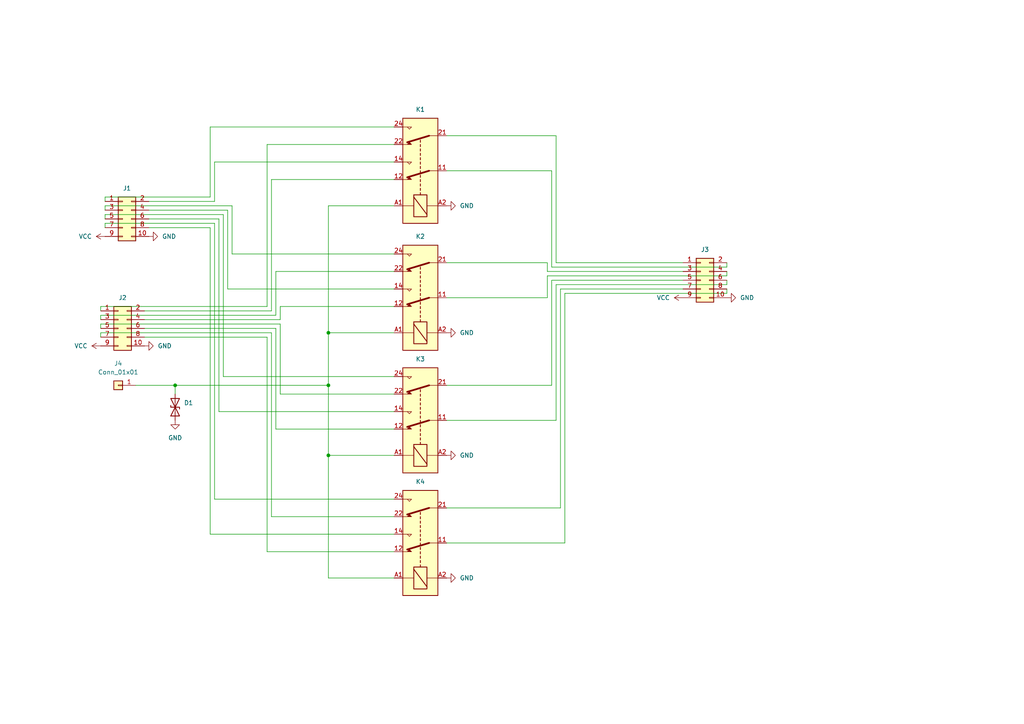
<source format=kicad_sch>
(kicad_sch (version 20230121) (generator eeschema)
  (paper "A4")
  (lib_symbols
    (symbol "Connector_Generic:Conn_01x01" (pin_names (offset 1.016) hide)
      (property "Reference" "J" (at 0 2.54 0))
      (property "Value" "Conn_01x01" (at 0 -2.54 0))
      (symbol "Conn_01x01_1_1"
        (rectangle (start -1.27 0.127) (end 0 -0.127) (stroke (width 0.1524)))
        (rectangle (start -1.27 1.27) (end 1.27 -1.27) (stroke (width 0.254)) (fill (type background)))
        (pin passive line (at -5.08 0 0) (length 3.81) (name "Pin_1") (number "1"))
      )
    )
    (symbol "Connector_Generic:Conn_02x05_Odd_Even" (pin_names (offset 1.016) hide)
      (property "Reference" "J" (at 1.27 7.62 0))
      (property "Value" "Conn_02x05_Odd_Even" (at 1.27 -7.62 0))
      (symbol "Conn_02x05_Odd_Even_1_1"
        (rectangle (start -1.27 -4.953) (end 0 -5.207) (stroke (width 0.1524)))
        (rectangle (start -1.27 -2.413) (end 0 -2.667) (stroke (width 0.1524)))
        (rectangle (start -1.27 0.127) (end 0 -0.127) (stroke (width 0.1524)))
        (rectangle (start -1.27 2.667) (end 0 2.413) (stroke (width 0.1524)))
        (rectangle (start -1.27 5.207) (end 0 4.953) (stroke (width 0.1524)))
        (rectangle (start -1.27 6.35) (end 3.81 -6.35) (stroke (width 0.254)) (fill (type background)))
        (rectangle (start 3.81 -4.953) (end 2.54 -5.207) (stroke (width 0.1524)))
        (rectangle (start 3.81 -2.413) (end 2.54 -2.667) (stroke (width 0.1524)))
        (rectangle (start 3.81 0.127) (end 2.54 -0.127) (stroke (width 0.1524)))
        (rectangle (start 3.81 2.667) (end 2.54 2.413) (stroke (width 0.1524)))
        (rectangle (start 3.81 5.207) (end 2.54 4.953) (stroke (width 0.1524)))
        (pin passive line (at -5.08 5.08 0) (length 3.81) (name "Pin_1") (number "1"))
        (pin passive line (at 7.62 -5.08 180) (length 3.81) (name "Pin_10") (number "10"))
        (pin passive line (at 7.62 5.08 180) (length 3.81) (name "Pin_2") (number "2"))
        (pin passive line (at -5.08 2.54 0) (length 3.81) (name "Pin_3") (number "3"))
        (pin passive line (at 7.62 2.54 180) (length 3.81) (name "Pin_4") (number "4"))
        (pin passive line (at -5.08 0 0) (length 3.81) (name "Pin_5") (number "5"))
        (pin passive line (at 7.62 0 180) (length 3.81) (name "Pin_6") (number "6"))
        (pin passive line (at -5.08 -2.54 0) (length 3.81) (name "Pin_7") (number "7"))
        (pin passive line (at 7.62 -2.54 180) (length 3.81) (name "Pin_8") (number "8"))
        (pin passive line (at -5.08 -5.08 0) (length 3.81) (name "Pin_9") (number "9"))
      )
    )
    (symbol "Device:D_TVS" (pin_numbers hide) (pin_names (offset 1.016) hide)
      (property "Reference" "D" (at 0 2.54 0))
      (property "Value" "D_TVS" (at 0 -2.54 0))
      (symbol "D_TVS_0_1"
        (polyline (pts (xy 1.27 0) (xy -1.27 0)))
        (polyline (pts (xy 0.508 1.27) (xy 0 1.27) (xy 0 -1.27) (xy -0.508 -1.27)) (stroke (width 0.254)))
        (polyline (pts (xy -2.54 1.27) (xy -2.54 -1.27) (xy 2.54 1.27) (xy 2.54 -1.27) (xy -2.54 1.27)) (stroke (width 0.254)))
      )
      (symbol "D_TVS_1_1"
        (pin passive line (at -3.81 0 0) (length 2.54) (name "A1") (number "1"))
        (pin passive line (at 3.81 0 180) (length 2.54) (name "A2") (number "2"))
      )
    )
    (symbol "Relay:Relay_DPDT"
      (property "Reference" "K" (at 16.51 3.81 0))
      (property "Value" "Relay_DPDT" (at 16.51 1.27 0))
      (symbol "Relay_DPDT_0_1"
        (rectangle (start -15.24 5.08) (end 15.24 -5.08) (stroke (width 0.254)) (fill (type background)))
        (rectangle (start -13.335 1.905) (end -6.985 -1.905) (stroke (width 0.254)))
        (polyline (pts (xy -12.7 -1.905) (xy -7.62 1.905)) (stroke (width 0.254)))
        (polyline (pts (xy -10.16 -5.08) (xy -10.16 -1.905)))
        (polyline (pts (xy -10.16 5.08) (xy -10.16 1.905)))
        (polyline (pts (xy -6.985 0) (xy -6.35 0)) (stroke (width 0.254)))
        (polyline (pts (xy -5.715 0) (xy -5.08 0)) (stroke (width 0.254)))
        (polyline (pts (xy -4.445 0) (xy -3.81 0)) (stroke (width 0.254)))
        (polyline (pts (xy -3.175 0) (xy -2.54 0)) (stroke (width 0.254)))
        (polyline (pts (xy -1.905 0) (xy -1.27 0)) (stroke (width 0.254)))
        (polyline (pts (xy -0.635 0) (xy 0 0)) (stroke (width 0.254)))
        (polyline (pts (xy 0 -2.54) (xy -1.905 3.81)) (stroke (width 0.508)))
        (polyline (pts (xy 0 -2.54) (xy 0 -5.08)))
        (polyline (pts (xy 0.635 0) (xy 1.27 0)) (stroke (width 0.254)))
        (polyline (pts (xy 1.905 0) (xy 2.54 0)) (stroke (width 0.254)))
        (polyline (pts (xy 3.175 0) (xy 3.81 0)) (stroke (width 0.254)))
        (polyline (pts (xy 4.445 0) (xy 5.08 0)) (stroke (width 0.254)))
        (polyline (pts (xy 5.715 0) (xy 6.35 0)) (stroke (width 0.254)))
        (polyline (pts (xy 6.985 0) (xy 7.62 0)) (stroke (width 0.254)))
        (polyline (pts (xy 8.255 0) (xy 8.89 0)) (stroke (width 0.254)))
        (polyline (pts (xy 10.16 -2.54) (xy 8.255 3.81)) (stroke (width 0.508)))
        (polyline (pts (xy 10.16 -2.54) (xy 10.16 -5.08)))
        (polyline (pts (xy -2.54 5.08) (xy -2.54 2.54) (xy -1.905 3.175) (xy -2.54 3.81)) (fill (type outline)))
        (polyline (pts (xy 2.54 5.08) (xy 2.54 2.54) (xy 1.905 3.175) (xy 2.54 3.81)))
        (polyline (pts (xy 7.62 5.08) (xy 7.62 2.54) (xy 8.255 3.175) (xy 7.62 3.81)) (fill (type outline)))
        (polyline (pts (xy 12.7 5.08) (xy 12.7 2.54) (xy 12.065 3.175) (xy 12.7 3.81)))
      )
      (symbol "Relay_DPDT_1_1"
        (pin passive line (at 0 -7.62 90) (length 2.54) (name "~") (number "11"))
        (pin passive line (at -2.54 7.62 270) (length 2.54) (name "~") (number "12"))
        (pin passive line (at 2.54 7.62 270) (length 2.54) (name "~") (number "14"))
        (pin passive line (at 10.16 -7.62 90) (length 2.54) (name "~") (number "21"))
        (pin passive line (at 7.62 7.62 270) (length 2.54) (name "~") (number "22"))
        (pin passive line (at 12.7 7.62 270) (length 2.54) (name "~") (number "24"))
        (pin passive line (at -10.16 7.62 270) (length 2.54) (name "~") (number "A1"))
        (pin passive line (at -10.16 -7.62 90) (length 2.54) (name "~") (number "A2"))
      )
    )
    (symbol "power:GND" (power) (pin_names (offset 0))
      (property "Value" "GND" (at 0 -3.81 0))
      (symbol "GND_0_1"
        (polyline (pts (xy 0 0) (xy 0 -1.27) (xy 1.27 -1.27) (xy 0 -2.54) (xy -1.27 -1.27) (xy 0 -1.27)))
      )
      (symbol "GND_1_1"
        (pin power_in line (at 0 0 270) (length 0) hide (name "GND") (number "1"))
      )
    )
    (symbol "power:VCC" (power) (pin_names (offset 0))
      (property "Value" "VCC" (at 0 3.81 0))
      (symbol "VCC_0_1"
        (polyline (pts (xy -0.762 1.27) (xy 0 2.54)))
        (polyline (pts (xy 0 0) (xy 0 2.54)))
        (polyline (pts (xy 0 2.54) (xy 0.762 1.27)))
      )
      (symbol "VCC_1_1"
        (pin power_in line (at 0 0 90) (length 0) hide (name "VCC") (number "1"))
      )
    )
  )
  (junction (at 50.8 111.76))
  (junction (at 95.25 96.52))
  (junction (at 95.25 132.08))
  (junction (at 95.25 111.76))
  (wire (pts (xy 95.25 132.08) (xy 114.3 132.08)))
  (wire (pts (xy 161.29 82.55) (xy 161.29 121.92)))
  (wire (pts (xy 62.23 46.99) (xy 114.3 46.99)))
  (wire (pts (xy 78.74 149.86) (xy 114.3 149.86)))
  (wire (pts (xy 161.29 76.2) (xy 161.29 39.37)))
  (wire (pts (xy 158.75 76.2) (xy 129.54 76.2)))
  (wire (pts (xy 81.28 93.98) (xy 81.28 114.3)))
  (wire (pts (xy 161.29 121.92) (xy 129.54 121.92)))
  (wire (pts (xy 210.82 85.09) (xy 163.83 85.09)))
  (wire (pts (xy 158.75 78.74) (xy 158.75 76.2)))
  (wire (pts (xy 81.28 88.9) (xy 114.3 88.9)))
  (wire (pts (xy 161.29 76.2) (xy 198.12 76.2)))
  (wire (pts (xy 67.31 73.66) (xy 114.3 73.66)))
  (wire (pts (xy 41.91 97.79) (xy 77.47 97.79)))
  (wire (pts (xy 64.77 109.22) (xy 114.3 109.22)))
  (wire (pts (xy 30.48 64.77) (xy 62.23 64.77)))
  (wire (pts (xy 198.12 83.82) (xy 162.56 83.82)))
  (wire (pts (xy 60.96 36.83) (xy 114.3 36.83)))
  (wire (pts (xy 160.02 111.76) (xy 129.54 111.76)))
  (wire (pts (xy 29.21 97.79) (xy 29.21 96.52)))
  (wire (pts (xy 64.77 62.23) (xy 64.77 109.22)))
  (wire (pts (xy 29.21 91.44) (xy 80.01 91.44)))
  (wire (pts (xy 95.25 59.69) (xy 95.25 96.52)))
  (wire (pts (xy 30.48 62.23) (xy 64.77 62.23)))
  (wire (pts (xy 77.47 160.02) (xy 114.3 160.02)))
  (wire (pts (xy 81.28 92.71) (xy 81.28 88.9)))
  (wire (pts (xy 39.37 111.76) (xy 50.8 111.76)))
  (wire (pts (xy 43.18 66.04) (xy 60.96 66.04)))
  (wire (pts (xy 62.23 64.77) (xy 62.23 144.78)))
  (wire (pts (xy 62.23 144.78) (xy 114.3 144.78)))
  (wire (pts (xy 95.25 96.52) (xy 95.25 111.76)))
  (wire (pts (xy 210.82 83.82) (xy 210.82 85.09)))
  (wire (pts (xy 43.18 58.42) (xy 62.23 58.42)))
  (wire (pts (xy 78.74 96.52) (xy 78.74 149.86)))
  (wire (pts (xy 163.83 157.48) (xy 129.54 157.48)))
  (wire (pts (xy 43.18 60.96) (xy 66.04 60.96)))
  (wire (pts (xy 30.48 66.04) (xy 30.48 64.77)))
  (wire (pts (xy 29.21 92.71) (xy 29.21 91.44)))
  (wire (pts (xy 210.82 77.47) (xy 160.02 77.47)))
  (wire (pts (xy 158.75 80.01) (xy 158.75 86.36)))
  (wire (pts (xy 162.56 147.32) (xy 129.54 147.32)))
  (wire (pts (xy 114.3 96.52) (xy 95.25 96.52)))
  (wire (pts (xy 63.5 119.38) (xy 114.3 119.38)))
  (wire (pts (xy 80.01 78.74) (xy 114.3 78.74)))
  (wire (pts (xy 78.74 52.07) (xy 114.3 52.07)))
  (wire (pts (xy 30.48 57.15) (xy 60.96 57.15)))
  (wire (pts (xy 95.25 111.76) (xy 95.25 132.08)))
  (wire (pts (xy 210.82 78.74) (xy 210.82 80.01)))
  (wire (pts (xy 78.74 90.17) (xy 78.74 52.07)))
  (wire (pts (xy 43.18 63.5) (xy 63.5 63.5)))
  (wire (pts (xy 80.01 95.25) (xy 80.01 124.46)))
  (wire (pts (xy 81.28 114.3) (xy 114.3 114.3)))
  (wire (pts (xy 163.83 85.09) (xy 163.83 157.48)))
  (wire (pts (xy 80.01 124.46) (xy 114.3 124.46)))
  (wire (pts (xy 67.31 59.69) (xy 67.31 73.66)))
  (wire (pts (xy 60.96 57.15) (xy 60.96 36.83)))
  (wire (pts (xy 77.47 97.79) (xy 77.47 160.02)))
  (wire (pts (xy 210.82 76.2) (xy 210.82 77.47)))
  (wire (pts (xy 66.04 60.96) (xy 66.04 83.82)))
  (wire (pts (xy 50.8 111.76) (xy 50.8 114.3)))
  (wire (pts (xy 30.48 60.96) (xy 30.48 59.69)))
  (wire (pts (xy 29.21 88.9) (xy 77.47 88.9)))
  (wire (pts (xy 41.91 90.17) (xy 78.74 90.17)))
  (wire (pts (xy 80.01 91.44) (xy 80.01 78.74)))
  (wire (pts (xy 29.21 96.52) (xy 78.74 96.52)))
  (wire (pts (xy 60.96 154.94) (xy 114.3 154.94)))
  (wire (pts (xy 66.04 83.82) (xy 114.3 83.82)))
  (wire (pts (xy 210.82 82.55) (xy 161.29 82.55)))
  (wire (pts (xy 30.48 58.42) (xy 30.48 57.15)))
  (wire (pts (xy 158.75 86.36) (xy 129.54 86.36)))
  (wire (pts (xy 50.8 111.76) (xy 95.25 111.76)))
  (wire (pts (xy 198.12 81.28) (xy 160.02 81.28)))
  (wire (pts (xy 29.21 90.17) (xy 29.21 88.9)))
  (wire (pts (xy 160.02 49.53) (xy 129.54 49.53)))
  (wire (pts (xy 114.3 59.69) (xy 95.25 59.69)))
  (wire (pts (xy 41.91 95.25) (xy 80.01 95.25)))
  (wire (pts (xy 77.47 88.9) (xy 77.47 41.91)))
  (wire (pts (xy 198.12 78.74) (xy 158.75 78.74)))
  (wire (pts (xy 160.02 81.28) (xy 160.02 111.76)))
  (wire (pts (xy 160.02 77.47) (xy 160.02 49.53)))
  (wire (pts (xy 41.91 92.71) (xy 81.28 92.71)))
  (wire (pts (xy 30.48 59.69) (xy 67.31 59.69)))
  (wire (pts (xy 162.56 83.82) (xy 162.56 147.32)))
  (wire (pts (xy 210.82 80.01) (xy 158.75 80.01)))
  (wire (pts (xy 29.21 93.98) (xy 81.28 93.98)))
  (wire (pts (xy 63.5 63.5) (xy 63.5 119.38)))
  (wire (pts (xy 95.25 167.64) (xy 114.3 167.64)))
  (wire (pts (xy 95.25 132.08) (xy 95.25 167.64)))
  (wire (pts (xy 161.29 39.37) (xy 129.54 39.37)))
  (wire (pts (xy 77.47 41.91) (xy 114.3 41.91)))
  (wire (pts (xy 29.21 95.25) (xy 29.21 93.98)))
  (wire (pts (xy 210.82 81.28) (xy 210.82 82.55)))
  (wire (pts (xy 30.48 63.5) (xy 30.48 62.23)))
  (wire (pts (xy 60.96 66.04) (xy 60.96 154.94)))
  (wire (pts (xy 62.23 58.42) (xy 62.23 46.99)))
  (symbol (lib_id "power:VCC") (at 29.21 100.33 90) (unit 1)
    (property "Reference" "#PWR03" (effects hide))
    (property "Value" "VCC" (at 25.4 100.33 90) (effects (justify left)))
  )
  (symbol (lib_id "Connector_Generic:Conn_02x05_Odd_Even") (at 34.29 95.25 0) (unit 1)
    (property "Reference" "J2" (at 35.56 86.36 0))
    (property "Value" "BHR-10-VUA" (effects hide))
    (property "Footprint" "Connector_IDC:IDC-Header_2x05_P2.54mm_Vertical" (effects hide))
    (property "Datasheet" "https://app.adam-tech.com/products/download/data_sheet/203218/bhr-xx-vua-data-sheet.pdf" (effects hide))
  )
  (symbol (lib_id "Relay:Relay_DPDT") (at 121.92 157.48 90) (unit 1)
    (property "Reference" "K4" (at 121.92 139.7 90))
    (property "Value" "J104D2C12VDC.15S" (effects hide))
    (property "Footprint" "Relay_THT:Relay_DPDT_Finder_30.22" (effects hide))
    (property "Datasheet" "https://www.citrelay.com/Catalog%20Pages/RelayCatalog/J104D.pdf" (effects hide))
  )
  (symbol (lib_id "Connector_Generic:Conn_01x01") (at 34.29 111.76 180) (unit 1)
    (property "Reference" "J4" (at 34.29 105.41 0))
    (property "Value" "Conn_01x01" (at 34.29 107.95 0))
    (property "Footprint" "Connector_PinHeader_2.54mm:PinHeader_1x01_P2.54mm_Vertical" (effects hide))
  )
  (symbol (lib_id "power:GND") (at 50.8 121.92 0) (unit 1)
    (property "Reference" "#PWR011" (effects hide))
    (property "Value" "GND" (at 50.8 127 0))
  )
  (symbol (lib_id "power:GND") (at 129.54 96.52 90) (unit 1)
    (property "Reference" "#PWR08" (effects hide))
    (property "Value" "GND" (at 133.35 96.52 90) (effects (justify right)))
  )
  (symbol (lib_id "power:GND") (at 210.82 86.36 90) (unit 1)
    (property "Reference" "#PWR06" (effects hide))
    (property "Value" "GND" (at 214.63 86.36 90) (effects (justify right)))
  )
  (symbol (lib_id "Relay:Relay_DPDT") (at 121.92 121.92 90) (unit 1)
    (property "Reference" "K3" (at 121.92 104.14 90))
    (property "Value" "J104D2C12VDC.15S" (effects hide))
    (property "Footprint" "Relay_THT:Relay_DPDT_Finder_30.22" (effects hide))
    (property "Datasheet" "https://www.citrelay.com/Catalog%20Pages/RelayCatalog/J104D.pdf" (effects hide))
  )
  (symbol (lib_id "power:VCC") (at 30.48 68.58 90) (unit 1)
    (property "Reference" "#PWR01" (effects hide))
    (property "Value" "VCC" (at 26.67 68.58 90) (effects (justify left)))
  )
  (symbol (lib_id "Connector_Generic:Conn_02x05_Odd_Even") (at 35.56 63.5 0) (unit 1)
    (property "Reference" "J1" (at 36.83 54.61 0))
    (property "Value" "BHR-10-VUA" (effects hide))
    (property "Footprint" "Connector_IDC:IDC-Header_2x05_P2.54mm_Vertical" (effects hide))
    (property "Datasheet" "https://app.adam-tech.com/products/download/data_sheet/203218/bhr-xx-vua-data-sheet.pdf" (effects hide))
  )
  (symbol (lib_id "power:GND") (at 129.54 132.08 90) (unit 1)
    (property "Reference" "#PWR09" (effects hide))
    (property "Value" "GND" (at 133.35 132.08 90) (effects (justify right)))
  )
  (symbol (lib_id "power:GND") (at 129.54 59.69 90) (unit 1)
    (property "Reference" "#PWR07" (effects hide))
    (property "Value" "GND" (at 133.35 59.69 90) (effects (justify right)))
  )
  (symbol (lib_id "power:GND") (at 43.18 68.58 90) (unit 1)
    (property "Reference" "#PWR02" (effects hide))
    (property "Value" "GND" (at 46.99 68.58 90) (effects (justify right)))
  )
  (symbol (lib_id "Relay:Relay_DPDT") (at 121.92 49.53 90) (unit 1)
    (property "Reference" "K1" (at 121.92 31.75 90))
    (property "Value" "J104D2C12VDC.15S" (effects hide))
    (property "Footprint" "Relay_THT:Relay_DPDT_Finder_30.22" (effects hide))
    (property "Datasheet" "https://www.citrelay.com/Catalog%20Pages/RelayCatalog/J104D.pdf" (effects hide))
  )
  (symbol (lib_id "Relay:Relay_DPDT") (at 121.92 86.36 90) (unit 1)
    (property "Reference" "K2" (at 121.92 68.58 90))
    (property "Value" "J104D2C12VDC.15S" (effects hide))
    (property "Footprint" "Relay_THT:Relay_DPDT_Finder_30.22" (effects hide))
    (property "Datasheet" "https://www.citrelay.com/Catalog%20Pages/RelayCatalog/J104D.pdf" (effects hide))
  )
  (symbol (lib_id "power:GND") (at 41.91 100.33 90) (unit 1)
    (property "Reference" "#PWR04" (effects hide))
    (property "Value" "GND" (at 45.72 100.33 90) (effects (justify right)))
  )
  (symbol (lib_id "Connector_Generic:Conn_02x05_Odd_Even") (at 203.2 81.28 0) (unit 1)
    (property "Reference" "J3" (at 204.47 72.39 0))
    (property "Value" "BHR-10-VUA" (effects hide))
    (property "Footprint" "Connector_IDC:IDC-Header_2x05_P2.54mm_Vertical" (effects hide))
    (property "Datasheet" "https://app.adam-tech.com/products/download/data_sheet/203218/bhr-xx-vua-data-sheet.pdf" (effects hide))
  )
  (symbol (lib_id "Device:D_TVS") (at 50.8 118.11 90) (unit 1)
    (property "Reference" "D1" (at 53.34 116.84 90) (effects (justify right)))
    (property "Value" "SMAJ14CA" (effects hide))
    (property "Footprint" "Diode_SMD:D_SMA_Handsoldering" (effects hide))
    (property "Datasheet" "https://goodarksemi.com/docs/datasheets/transient_voltage_suppressors/SMAJx.pdf" (effects hide))
  )
  (symbol (lib_id "power:GND") (at 129.54 167.64 90) (unit 1)
    (property "Reference" "#PWR010" (effects hide))
    (property "Value" "GND" (at 133.35 167.64 90) (effects (justify right)))
  )
  (symbol (lib_id "power:VCC") (at 198.12 86.36 90) (unit 1)
    (property "Reference" "#PWR05" (effects hide))
    (property "Value" "VCC" (at 194.31 86.36 90) (effects (justify left)))
  )
)
</source>
